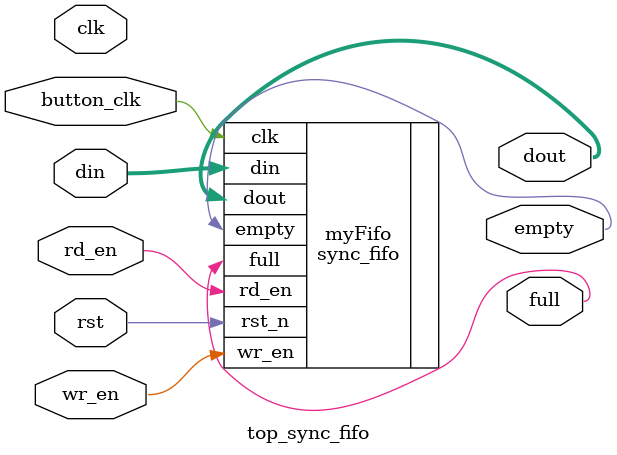
<source format=v>
module top_sync_fifo(
  input clk,
  input button_clk, // BTNC
  input rst,// SW14
  input [7:0] din,// SW0-SW7
  output [7:0] dout,// LD0-LD7
  input wr_en, //SW12
  input rd_en, //SW13
  output empty, //LD14
  output full //LD15
);
  sync_fifo myFifo(
    .clk(button_clk),
    .rst_n(rst),
    .din(din),
    .dout(dout),
    .wr_en(wr_en),
    .rd_en(rd_en),
    .empty(empty),
    .full(full)
  );
endmodule

</source>
